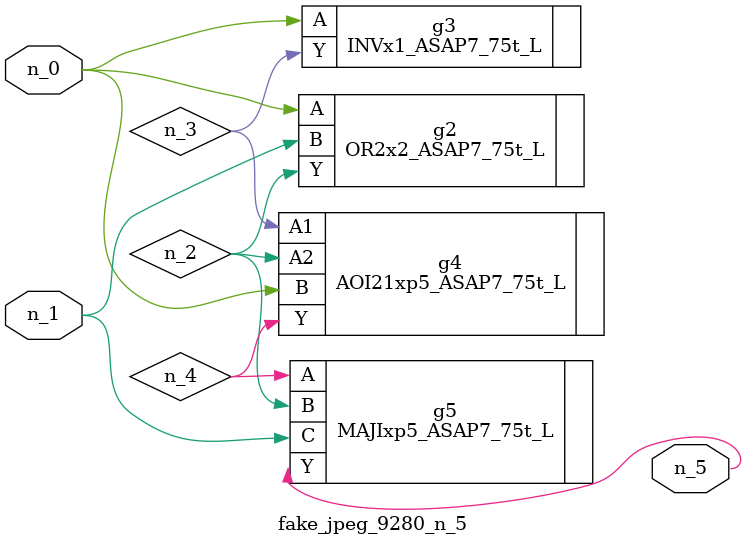
<source format=v>
module fake_jpeg_9280_n_5 (n_0, n_1, n_5);

input n_0;
input n_1;

output n_5;

wire n_2;
wire n_3;
wire n_4;

OR2x2_ASAP7_75t_L g2 ( 
.A(n_0),
.B(n_1),
.Y(n_2)
);

INVx1_ASAP7_75t_L g3 ( 
.A(n_0),
.Y(n_3)
);

AOI21xp5_ASAP7_75t_L g4 ( 
.A1(n_3),
.A2(n_2),
.B(n_0),
.Y(n_4)
);

MAJIxp5_ASAP7_75t_L g5 ( 
.A(n_4),
.B(n_2),
.C(n_1),
.Y(n_5)
);


endmodule
</source>
